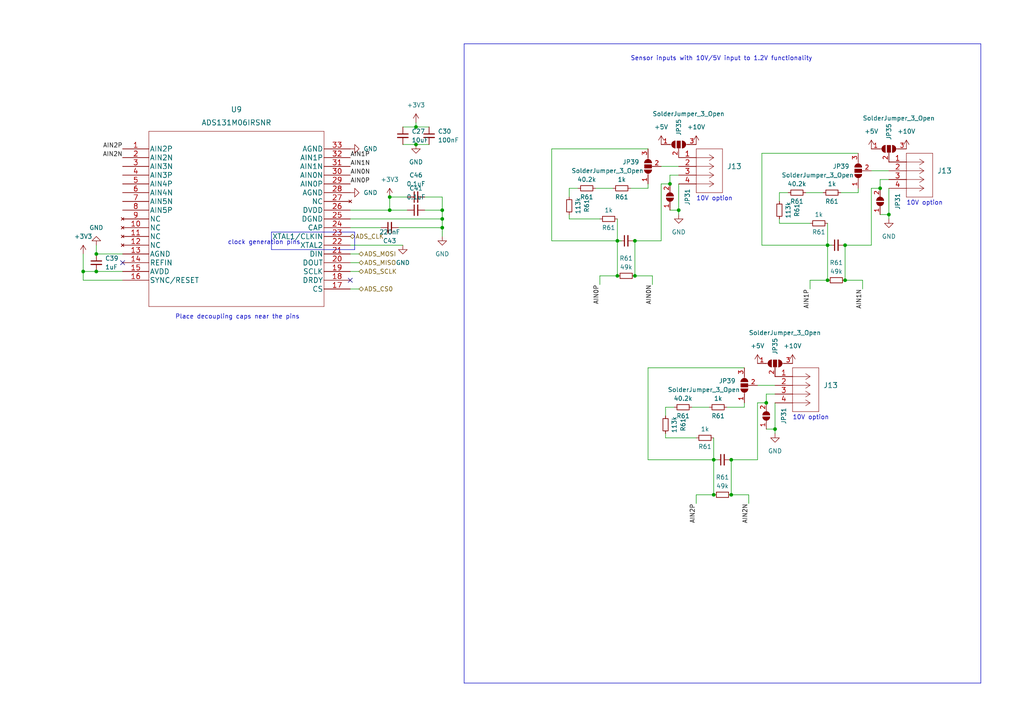
<source format=kicad_sch>
(kicad_sch (version 20230121) (generator eeschema)
  (paper "A4")
  (lib_symbols
    (symbol "Device:C_Small" (pin_numbers hide) (pin_names (offset 0.254) hide)
      (property "Reference" "C" (at 0.254 1.778 0))
      (property "Value" "C_Small" (at 0.254 -2.032 0))
      (symbol "C_Small_0_1"
        (polyline (pts (xy -1.524 -0.508) (xy 1.524 -0.508)) (stroke (width 0.3302)))
        (polyline (pts (xy -1.524 0.508) (xy 1.524 0.508)) (stroke (width 0.3048)))
      )
      (symbol "C_Small_1_1"
        (pin passive line (at 0 2.54 270) (length 2.032) (name "~") (number "1"))
        (pin passive line (at 0 -2.54 90) (length 2.032) (name "~") (number "2"))
      )
    )
    (symbol "Device:R_Small" (pin_numbers hide) (pin_names (offset 0.254) hide)
      (property "Reference" "R" (at 0.762 0.508 0))
      (property "Value" "R_Small" (at 0.762 -1.016 0))
      (symbol "R_Small_0_1"
        (rectangle (start -0.762 1.778) (end 0.762 -1.778) (stroke (width 0.2032)))
      )
      (symbol "R_Small_1_1"
        (pin passive line (at 0 2.54 270) (length 0.762) (name "~") (number "1"))
        (pin passive line (at 0 -2.54 90) (length 0.762) (name "~") (number "2"))
      )
    )
    (symbol "Jumper:SolderJumper_2_Open" (pin_names (offset 0) hide)
      (property "Reference" "JP" (at 0 2.032 0))
      (property "Value" "SolderJumper_2_Open" (at 0 -2.54 0))
      (symbol "SolderJumper_2_Open_0_1"
        (arc (start -0.254 1.016) (mid -1.2656 0) (end -0.254 -1.016))
        (arc (start -0.254 1.016) (mid -1.2656 0) (end -0.254 -1.016) (fill (type outline)))
        (polyline (pts (xy -0.254 1.016) (xy -0.254 -1.016)))
        (polyline (pts (xy 0.254 1.016) (xy 0.254 -1.016)))
        (arc (start 0.254 -1.016) (mid 1.2656 0) (end 0.254 1.016))
        (arc (start 0.254 -1.016) (mid 1.2656 0) (end 0.254 1.016) (fill (type outline)))
      )
      (symbol "SolderJumper_2_Open_1_1"
        (pin passive line (at -3.81 0 0) (length 2.54) (name "A") (number "1"))
        (pin passive line (at 3.81 0 180) (length 2.54) (name "B") (number "2"))
      )
    )
    (symbol "Jumper:SolderJumper_3_Open" (pin_names (offset 0) hide)
      (property "Reference" "JP" (at -2.54 -2.54 0))
      (property "Value" "SolderJumper_3_Open" (at 0 2.794 0))
      (symbol "SolderJumper_3_Open_0_1"
        (arc (start -1.016 1.016) (mid -2.0276 0) (end -1.016 -1.016))
        (arc (start -1.016 1.016) (mid -2.0276 0) (end -1.016 -1.016) (fill (type outline)))
        (rectangle (start -0.508 1.016) (end 0.508 -1.016) (fill (type outline)))
        (polyline (pts (xy -2.54 0) (xy -2.032 0)))
        (polyline (pts (xy -1.016 1.016) (xy -1.016 -1.016)))
        (polyline (pts (xy 0 -1.27) (xy 0 -1.016)))
        (polyline (pts (xy 1.016 1.016) (xy 1.016 -1.016)))
        (polyline (pts (xy 2.54 0) (xy 2.032 0)))
        (arc (start 1.016 -1.016) (mid 2.0276 0) (end 1.016 1.016))
        (arc (start 1.016 -1.016) (mid 2.0276 0) (end 1.016 1.016) (fill (type outline)))
      )
      (symbol "SolderJumper_3_Open_1_1"
        (pin passive line (at -5.08 0 0) (length 2.54) (name "A") (number "1"))
        (pin input line (at 0 -3.81 90) (length 2.54) (name "C") (number "2"))
        (pin passive line (at 5.08 0 180) (length 2.54) (name "B") (number "3"))
      )
    )
    (symbol "iclr:1053131104" (pin_names (offset 0.254) hide)
      (property "Reference" "J" (at 8.89 6.35 0))
      (property "Value" "1053131104" (at 10.16 -5.08 0))
      (symbol "1053131104_1_1"
        (polyline (pts (xy 5.08 -10.16) (xy 12.7 -10.16)) (stroke (width 0.127)))
        (polyline (pts (xy 5.08 2.54) (xy 5.08 -10.16)) (stroke (width 0.127)))
        (polyline (pts (xy 10.16 -7.62) (xy 5.08 -7.62)) (stroke (width 0.127)))
        (polyline (pts (xy 10.16 -7.62) (xy 8.89 -8.4582)) (stroke (width 0.127)))
        (polyline (pts (xy 10.16 -7.62) (xy 8.89 -6.7818)) (stroke (width 0.127)))
        (polyline (pts (xy 10.16 -5.08) (xy 5.08 -5.08)) (stroke (width 0.127)))
        (polyline (pts (xy 10.16 -5.08) (xy 8.89 -5.9182)) (stroke (width 0.127)))
        (polyline (pts (xy 10.16 -5.08) (xy 8.89 -4.2418)) (stroke (width 0.127)))
        (polyline (pts (xy 10.16 -2.54) (xy 5.08 -2.54)) (stroke (width 0.127)))
        (polyline (pts (xy 10.16 -2.54) (xy 8.89 -3.3782)) (stroke (width 0.127)))
        (polyline (pts (xy 10.16 -2.54) (xy 8.89 -1.7018)) (stroke (width 0.127)))
        (polyline (pts (xy 10.16 0) (xy 5.08 0)) (stroke (width 0.127)))
        (polyline (pts (xy 10.16 0) (xy 8.89 -0.8382)) (stroke (width 0.127)))
        (polyline (pts (xy 10.16 0) (xy 8.89 0.8382)) (stroke (width 0.127)))
        (polyline (pts (xy 12.7 -10.16) (xy 12.7 2.54)) (stroke (width 0.127)))
        (polyline (pts (xy 12.7 2.54) (xy 5.08 2.54)) (stroke (width 0.127)))
        (pin unspecified line (at 0 0 0) (length 5.08) (name "1") (number "1"))
        (pin unspecified line (at 0 -2.54 0) (length 5.08) (name "2") (number "2"))
        (pin unspecified line (at 0 -5.08 0) (length 5.08) (name "3") (number "3"))
        (pin unspecified line (at 0 -7.62 0) (length 5.08) (name "4") (number "4"))
      )
    )
    (symbol "iclr:ADS131M06IRSNR" (pin_names (offset 0.254))
      (property "Reference" "U" (at 33.02 10.16 0))
      (property "Value" "ADS131M06IRSNR" (at 33.02 7.62 0))
      (symbol "ADS131M06IRSNR_1_1"
        (polyline (pts (xy 7.62 -45.72) (xy 58.42 -45.72)) (stroke (width 0.127)))
        (polyline (pts (xy 7.62 5.08) (xy 7.62 -45.72)) (stroke (width 0.127)))
        (polyline (pts (xy 58.42 -45.72) (xy 58.42 5.08)) (stroke (width 0.127)))
        (polyline (pts (xy 58.42 5.08) (xy 7.62 5.08)) (stroke (width 0.127)))
        (pin input line (at 0 0 0) (length 7.62) (name "AIN2P") (number "1"))
        (pin no_connect line (at 0 -22.86 0) (length 7.62) (name "NC") (number "10"))
        (pin no_connect line (at 0 -25.4 0) (length 7.62) (name "NC") (number "11"))
        (pin no_connect line (at 0 -27.94 0) (length 7.62) (name "NC") (number "12"))
        (pin power_in line (at 0 -30.48 0) (length 7.62) (name "AGND") (number "13"))
        (pin unspecified line (at 0 -33.02 0) (length 7.62) (name "REFIN") (number "14"))
        (pin power_in line (at 0 -35.56 0) (length 7.62) (name "AVDD") (number "15"))
        (pin unspecified line (at 0 -38.1 0) (length 7.62) (name "SYNC/RESET") (number "16"))
        (pin unspecified line (at 66.04 -40.64 180) (length 7.62) (name "CS") (number "17"))
        (pin unspecified line (at 66.04 -38.1 180) (length 7.62) (name "DRDY") (number "18"))
        (pin unspecified line (at 66.04 -35.56 180) (length 7.62) (name "SCLK") (number "19"))
        (pin input line (at 0 -2.54 0) (length 7.62) (name "AIN2N") (number "2"))
        (pin output line (at 66.04 -33.02 180) (length 7.62) (name "DOUT") (number "20"))
        (pin unspecified line (at 66.04 -30.48 180) (length 7.62) (name "DIN") (number "21"))
        (pin unspecified line (at 66.04 -27.94 180) (length 7.62) (name "XTAL2") (number "22"))
        (pin bidirectional line (at 66.04 -25.4 180) (length 7.62) (name "XTAL1/CLKIN") (number "23"))
        (pin unspecified line (at 66.04 -22.86 180) (length 7.62) (name "CAP") (number "24"))
        (pin power_in line (at 66.04 -20.32 180) (length 7.62) (name "DGND") (number "25"))
        (pin power_in line (at 66.04 -17.78 180) (length 7.62) (name "DVDD") (number "26"))
        (pin no_connect line (at 66.04 -15.24 180) (length 7.62) (name "NC") (number "27"))
        (pin power_in line (at 66.04 -12.7 180) (length 7.62) (name "AGND") (number "28"))
        (pin bidirectional line (at 66.04 -10.16 180) (length 7.62) (name "AIN0P") (number "29"))
        (pin input line (at 0 -5.08 0) (length 7.62) (name "AIN3N") (number "3"))
        (pin bidirectional line (at 66.04 -7.62 180) (length 7.62) (name "AIN0N") (number "30"))
        (pin input line (at 66.04 -5.08 180) (length 7.62) (name "AIN1N") (number "31"))
        (pin input line (at 66.04 -2.54 180) (length 7.62) (name "AIN1P") (number "32"))
        (pin power_in line (at 66.04 0 180) (length 7.62) (name "AGND") (number "33"))
        (pin input line (at 0 -7.62 0) (length 7.62) (name "AIN3P") (number "4"))
        (pin input line (at 0 -10.16 0) (length 7.62) (name "AIN4P") (number "5"))
        (pin input line (at 0 -12.7 0) (length 7.62) (name "AIN4N") (number "6"))
        (pin input line (at 0 -15.24 0) (length 7.62) (name "AIN5N") (number "7"))
        (pin input line (at 0 -17.78 0) (length 7.62) (name "AIN5P") (number "8"))
        (pin no_connect line (at 0 -20.32 0) (length 7.62) (name "NC") (number "9"))
      )
    )
    (symbol "power:+10V" (power) (pin_names (offset 0))
      (property "Value" "+10V" (at 0 3.556 0))
      (symbol "+10V_0_1"
        (polyline (pts (xy -0.762 1.27) (xy 0 2.54)))
        (polyline (pts (xy 0 0) (xy 0 2.54)))
        (polyline (pts (xy 0 2.54) (xy 0.762 1.27)))
      )
      (symbol "+10V_1_1"
        (pin power_in line (at 0 0 90) (length 0) hide (name "+10V") (number "1"))
      )
    )
    (symbol "power:+3.3V" (power) (pin_names (offset 0))
      (property "Value" "+3.3V" (at 0 3.556 0))
      (symbol "+3.3V_0_1"
        (polyline (pts (xy -0.762 1.27) (xy 0 2.54)))
        (polyline (pts (xy 0 0) (xy 0 2.54)))
        (polyline (pts (xy 0 2.54) (xy 0.762 1.27)))
      )
      (symbol "+3.3V_1_1"
        (pin power_in line (at 0 0 90) (length 0) hide (name "+3V3") (number "1"))
      )
    )
    (symbol "power:+5V" (power) (pin_names (offset 0))
      (property "Value" "+5V" (at 0 3.556 0))
      (symbol "+5V_0_1"
        (polyline (pts (xy -0.762 1.27) (xy 0 2.54)))
        (polyline (pts (xy 0 0) (xy 0 2.54)))
        (polyline (pts (xy 0 2.54) (xy 0.762 1.27)))
      )
      (symbol "+5V_1_1"
        (pin power_in line (at 0 0 90) (length 0) hide (name "+5V") (number "1"))
      )
    )
    (symbol "power:GND" (power) (pin_names (offset 0))
      (property "Value" "GND" (at 0 -3.81 0))
      (symbol "GND_0_1"
        (polyline (pts (xy 0 0) (xy 0 -1.27) (xy 1.27 -1.27) (xy 0 -2.54) (xy -1.27 -1.27) (xy 0 -1.27)))
      )
      (symbol "GND_1_1"
        (pin power_in line (at 0 0 270) (length 0) hide (name "GND") (number "1"))
      )
    )
  )
  (junction (at 113.03 60.96))
  (junction (at 27.94 78.74))
  (junction (at 24.13 78.74))
  (junction (at 245.11 71.12))
  (junction (at 222.25 116.84))
  (junction (at 184.15 80.01))
  (junction (at 120.65 36.83))
  (junction (at 207.01 143.51))
  (junction (at 212.09 133.35))
  (junction (at 196.85 60.96))
  (junction (at 27.94 73.66))
  (junction (at 255.27 54.61))
  (junction (at 245.11 81.28))
  (junction (at 257.81 62.23))
  (junction (at 207.01 133.35))
  (junction (at 128.27 60.96))
  (junction (at 194.31 53.34))
  (junction (at 128.27 66.04))
  (junction (at 224.79 124.46))
  (junction (at 240.03 81.28))
  (junction (at 179.07 69.85))
  (junction (at 128.27 63.5))
  (junction (at 113.03 57.15))
  (junction (at 120.65 41.91))
  (junction (at 212.09 143.51))
  (junction (at 240.03 71.12))
  (junction (at 179.07 80.01))
  (junction (at 184.15 69.85))
  (no_connect (at 35.56 76.2))
  (no_connect (at 101.6 81.28))
  (wire (pts (xy 165.1 54.61) (xy 165.1 57.15)))
  (wire (pts (xy 118.11 57.15) (xy 113.03 57.15)))
  (wire (pts (xy 207.01 133.35) (xy 208.28 133.35)))
  (wire (pts (xy 113.03 57.15) (xy 113.03 60.96)))
  (wire (pts (xy 173.99 80.01) (xy 179.07 80.01)))
  (wire (pts (xy 128.27 57.15) (xy 123.19 57.15)))
  (wire (pts (xy 252.73 71.12) (xy 245.11 71.12)))
  (wire (pts (xy 252.73 49.53) (xy 257.81 49.53)))
  (wire (pts (xy 220.98 71.12) (xy 240.03 71.12)))
  (wire (pts (xy 201.93 143.51) (xy 207.01 143.51)))
  (wire (pts (xy 191.77 53.34) (xy 194.31 53.34)))
  (wire (pts (xy 255.27 52.07) (xy 257.81 52.07)))
  (wire (pts (xy 193.04 118.11) (xy 193.04 120.65)))
  (wire (pts (xy 196.85 60.96) (xy 196.85 62.23)))
  (wire (pts (xy 196.85 53.34) (xy 196.85 60.96)))
  (wire (pts (xy 27.94 71.12) (xy 27.94 73.66)))
  (wire (pts (xy 104.14 73.66) (xy 101.6 73.66)))
  (wire (pts (xy 222.25 114.3) (xy 224.79 114.3)))
  (wire (pts (xy 172.72 54.61) (xy 177.8 54.61)))
  (wire (pts (xy 257.81 54.61) (xy 257.81 62.23)))
  (wire (pts (xy 104.14 83.82) (xy 101.6 83.82)))
  (wire (pts (xy 187.96 106.68) (xy 187.96 133.35)))
  (wire (pts (xy 219.71 111.76) (xy 224.79 111.76)))
  (wire (pts (xy 27.94 78.74) (xy 24.13 78.74)))
  (wire (pts (xy 191.77 48.26) (xy 196.85 48.26)))
  (wire (pts (xy 226.06 55.88) (xy 226.06 58.42)))
  (wire (pts (xy 116.84 41.91) (xy 120.65 41.91)))
  (wire (pts (xy 212.09 133.35) (xy 212.09 143.51)))
  (wire (pts (xy 182.88 54.61) (xy 187.96 54.61)))
  (wire (pts (xy 224.79 124.46) (xy 224.79 125.73)))
  (wire (pts (xy 116.84 36.83) (xy 120.65 36.83)))
  (wire (pts (xy 24.13 73.66) (xy 24.13 78.74)))
  (wire (pts (xy 128.27 60.96) (xy 128.27 63.5)))
  (wire (pts (xy 187.96 43.18) (xy 160.02 43.18)))
  (wire (pts (xy 234.95 81.28) (xy 240.03 81.28)))
  (wire (pts (xy 165.1 62.23) (xy 165.1 63.5)))
  (wire (pts (xy 115.57 66.04) (xy 128.27 66.04)))
  (wire (pts (xy 187.96 133.35) (xy 207.01 133.35)))
  (wire (pts (xy 248.92 54.61) (xy 248.92 55.88)))
  (wire (pts (xy 194.31 50.8) (xy 194.31 53.34)))
  (polyline (pts (xy 284.48 12.7) (xy 284.48 198.12)))
  (wire (pts (xy 243.84 55.88) (xy 248.92 55.88)))
  (wire (pts (xy 222.25 114.3) (xy 222.25 116.84)))
  (wire (pts (xy 215.9 116.84) (xy 215.9 118.11)))
  (polyline (pts (xy 134.62 12.7) (xy 134.62 198.12)))
  (wire (pts (xy 215.9 106.68) (xy 187.96 106.68)))
  (wire (pts (xy 226.06 64.77) (xy 234.95 64.77)))
  (wire (pts (xy 201.93 146.05) (xy 201.93 143.51)))
  (wire (pts (xy 191.77 69.85) (xy 184.15 69.85)))
  (polyline (pts (xy 78.74 67.31) (xy 102.87 67.31)))
  (polyline (pts (xy 102.87 72.39) (xy 78.74 72.39)))
  (wire (pts (xy 101.6 63.5) (xy 128.27 63.5)))
  (wire (pts (xy 194.31 50.8) (xy 196.85 50.8)))
  (wire (pts (xy 24.13 81.28) (xy 35.56 81.28)))
  (wire (pts (xy 234.95 83.82) (xy 234.95 81.28)))
  (wire (pts (xy 219.71 116.84) (xy 219.71 133.35)))
  (wire (pts (xy 104.14 76.2) (xy 101.6 76.2)))
  (wire (pts (xy 160.02 69.85) (xy 179.07 69.85)))
  (wire (pts (xy 219.71 133.35) (xy 212.09 133.35)))
  (wire (pts (xy 165.1 63.5) (xy 173.99 63.5)))
  (wire (pts (xy 113.03 60.96) (xy 118.11 60.96)))
  (wire (pts (xy 179.07 69.85) (xy 180.34 69.85)))
  (wire (pts (xy 222.25 124.46) (xy 224.79 124.46)))
  (wire (pts (xy 226.06 63.5) (xy 226.06 64.77)))
  (wire (pts (xy 250.19 81.28) (xy 245.11 81.28)))
  (wire (pts (xy 195.58 118.11) (xy 193.04 118.11)))
  (wire (pts (xy 167.64 54.61) (xy 165.1 54.61)))
  (wire (pts (xy 255.27 62.23) (xy 257.81 62.23)))
  (wire (pts (xy 123.19 60.96) (xy 128.27 60.96)))
  (wire (pts (xy 248.92 44.45) (xy 220.98 44.45)))
  (wire (pts (xy 240.03 71.12) (xy 241.3 71.12)))
  (wire (pts (xy 179.07 69.85) (xy 179.07 80.01)))
  (wire (pts (xy 27.94 73.66) (xy 35.56 73.66)))
  (wire (pts (xy 128.27 63.5) (xy 128.27 66.04)))
  (wire (pts (xy 255.27 52.07) (xy 255.27 54.61)))
  (polyline (pts (xy 78.74 67.31) (xy 78.74 72.39)))
  (wire (pts (xy 120.65 41.91) (xy 124.46 41.91)))
  (wire (pts (xy 35.56 78.74) (xy 27.94 78.74)))
  (wire (pts (xy 200.66 118.11) (xy 205.74 118.11)))
  (wire (pts (xy 224.79 116.84) (xy 224.79 124.46)))
  (wire (pts (xy 120.65 36.83) (xy 124.46 36.83)))
  (wire (pts (xy 193.04 125.73) (xy 193.04 127)))
  (wire (pts (xy 24.13 81.28) (xy 24.13 78.74)))
  (wire (pts (xy 120.65 35.56) (xy 120.65 36.83)))
  (wire (pts (xy 193.04 127) (xy 201.93 127)))
  (wire (pts (xy 245.11 71.12) (xy 245.11 81.28)))
  (wire (pts (xy 257.81 62.23) (xy 257.81 63.5)))
  (wire (pts (xy 233.68 55.88) (xy 238.76 55.88)))
  (wire (pts (xy 128.27 66.04) (xy 128.27 68.58)))
  (wire (pts (xy 160.02 43.18) (xy 160.02 69.85)))
  (polyline (pts (xy 284.48 198.12) (xy 134.62 198.12)))
  (wire (pts (xy 194.31 60.96) (xy 196.85 60.96)))
  (wire (pts (xy 189.23 80.01) (xy 189.23 82.55)))
  (wire (pts (xy 252.73 54.61) (xy 252.73 71.12)))
  (wire (pts (xy 184.15 69.85) (xy 184.15 80.01)))
  (wire (pts (xy 191.77 53.34) (xy 191.77 69.85)))
  (wire (pts (xy 173.99 82.55) (xy 173.99 80.01)))
  (polyline (pts (xy 134.62 12.7) (xy 284.48 12.7)))
  (wire (pts (xy 187.96 53.34) (xy 187.96 54.61)))
  (wire (pts (xy 101.6 60.96) (xy 113.03 60.96)))
  (wire (pts (xy 240.03 64.77) (xy 240.03 71.12)))
  (wire (pts (xy 252.73 54.61) (xy 255.27 54.61)))
  (wire (pts (xy 250.19 81.28) (xy 250.19 83.82)))
  (wire (pts (xy 128.27 57.15) (xy 128.27 60.96)))
  (wire (pts (xy 228.6 55.88) (xy 226.06 55.88)))
  (polyline (pts (xy 102.87 67.31) (xy 102.87 72.39)))
  (wire (pts (xy 101.6 71.12) (xy 116.84 71.12)))
  (wire (pts (xy 207.01 133.35) (xy 207.01 143.51)))
  (wire (pts (xy 179.07 63.5) (xy 179.07 69.85)))
  (wire (pts (xy 101.6 66.04) (xy 110.49 66.04)))
  (wire (pts (xy 189.23 80.01) (xy 184.15 80.01)))
  (wire (pts (xy 219.71 116.84) (xy 222.25 116.84)))
  (wire (pts (xy 210.82 118.11) (xy 215.9 118.11)))
  (wire (pts (xy 217.17 143.51) (xy 217.17 146.05)))
  (wire (pts (xy 207.01 127) (xy 207.01 133.35)))
  (wire (pts (xy 240.03 71.12) (xy 240.03 81.28)))
  (wire (pts (xy 217.17 143.51) (xy 212.09 143.51)))
  (wire (pts (xy 220.98 44.45) (xy 220.98 71.12)))
  (wire (pts (xy 101.6 78.74) (xy 104.14 78.74)))
  (text "clock generation pins\n" (at 66.04 71.12 0) (effects (font (size 1.27 1.27)) (justify left bottom)))
  (text "10V option" (at 262.89 59.69 0) (effects (font (size 1.27 1.27)) (justify left bottom)))
  (text "10V option" (at 229.87 121.92 0) (effects (font (size 1.27 1.27)) (justify left bottom)))
  (text "Sensor inputs with 10V/5V input to 1.2V functionality\n" (at 182.88 17.78 0) (effects (font (size 1.27 1.27)) (justify left bottom)))
  (text "Place decoupling caps near the pins\n" (at 50.8 92.71 0) (effects (font (size 1.27 1.27)) (justify left bottom)))
  (text "10V option" (at 201.93 58.42 0) (effects (font (size 1.27 1.27)) (justify left bottom)))
  (label "AIN2N" (at 217.17 146.05 270))
  (label "AIN1P" (at 101.6 45.72 0))
  (label "AIN0N" (at 189.23 82.55 270))
  (label "AIN0P" (at 101.6 53.34 0))
  (label "AIN0P" (at 173.99 82.55 270))
  (label "AIN1N" (at 250.19 83.82 270))
  (label "AIN1P" (at 234.95 83.82 270))
  (label "AIN0N" (at 101.6 50.8 0))
  (label "AIN2P" (at 35.56 43.18 180))
  (label "AIN1N" (at 101.6 48.26 0))
  (label "AIN2N" (at 35.56 45.72 180))
  (label "AIN2P" (at 201.93 146.05 270))
  (hierarchical_label "ADS_SCLK" (shape bidirectional) (at 104.14 78.74 0))
  (hierarchical_label "ADS_CLK" (shape bidirectional) (at 101.6 68.58 0))
  (hierarchical_label "ADS_MISO" (shape bidirectional) (at 104.14 76.2 0))
  (hierarchical_label "ADS_CS0" (shape bidirectional) (at 104.14 83.82 0))
  (hierarchical_label "ADS_MOSI" (shape bidirectional) (at 104.14 73.66 0))
  (symbol (lib_id "power:+5V") (at 252.73 43.18 0) (unit 1)
    (property "Reference" "#PWR088" (effects hide))
    (property "Value" "+5V" (at 252.73 38.1 0))
  )
  (symbol (lib_id "Jumper:SolderJumper_2_Open") (at 255.27 58.42 90) (unit 1)
    (property "Reference" "JP31" (at 260.35 58.42 0))
    (property "Value" "SolderJumper_2_Open" (effects hide))
    (property "Footprint" "Jumper:SolderJumper-2_P1.3mm_Open_RoundedPad1.0x1.5mm" (effects hide))
    (instances (project "sensorboard - Copy" (path "" (reference "JP31") (unit 1))) (project "EngineController" (path "" (reference "JP3") (unit 1))))
  )
  (symbol (lib_id "Device:C_Small") (at 116.84 39.37 0) (unit 1)
    (property "Reference" "C27" (at 119.38 38.1063 0) (effects (justify left)))
    (property "Value" "10uF" (at 119.38 40.6463 0) (effects (justify left)))
    (property "Footprint" "Capacitor_SMD:C_0603_1608Metric" (effects hide))
    (instances (project "sensorboard - Copy" (path "" (reference "C27") (unit 1))) (project "EngineController" (path "" (reference "C?") (unit 1))))
  )
  (symbol (lib_id "Device:C_Small") (at 242.57 71.12 90) (unit 1)
    (property "Reference" "C73" (effects hide))
    (property "Value" "10nF" (effects hide))
    (property "Footprint" "Capacitor_SMD:C_0402_1005Metric" (effects hide))
    (instances (project "sensorboard - Copy" (path "" (reference "C73") (unit 1))) (project "EngineController" (path "" (reference "C12") (unit 1))))
  )
  (symbol (lib_id "iclr:1053131104") (at 224.79 109.22 0) (unit 1)
    (property "Reference" "J13" (at 238.76 111.76 0) (effects (font (size 1.524 1.524)) (justify left)))
    (property "Value" "1053131104" (effects hide))
    (property "Footprint" "iclr:1053131104" (effects hide))
    (instances (project "sensorboard - Copy" (path "" (reference "J13") (unit 1))) (project "EngineController" (path "" (reference "J6") (unit 1))))
  )
  (symbol (lib_id "Device:C_Small") (at 181.61 69.85 90) (unit 1)
    (property "Reference" "C73" (effects hide))
    (property "Value" "10nF" (effects hide))
    (property "Footprint" "Capacitor_SMD:C_0402_1005Metric" (effects hide))
    (instances (project "sensorboard - Copy" (path "" (reference "C73") (unit 1))) (project "EngineController" (path "" (reference "C53") (unit 1))))
  )
  (symbol (lib_id "power:GND") (at 224.79 125.73 0) (unit 1)
    (property "Reference" "#PWR0124" (effects hide))
    (property "Value" "GND" (at 224.79 130.81 0))
    (instances (project "sensorboard - Copy" (path "" (reference "#PWR0124") (unit 1))) (project "EngineController" (path "" (reference "#PWR094") (unit 1))))
  )
  (symbol (lib_id "Device:R_Small") (at 165.1 59.69 180) (unit 1)
    (property "Reference" "R61" (at 170.18 59.69 90))
    (property "Value" "113k" (at 167.64 59.69 90))
    (property "Footprint" "Resistor_SMD:R_0402_1005Metric" (effects hide))
    (instances (project "sensorboard - Copy" (path "" (reference "R61") (unit 1))) (project "EngineController" (path "" (reference "R?") (unit 1))))
  )
  (symbol (lib_id "Jumper:SolderJumper_3_Open") (at 224.79 105.41 0) (unit 1)
    (property "Reference" "JP35" (at 224.79 102.87 90) (effects (justify left)))
    (property "Value" "SolderJumper_3_Open" (at 217.17 96.52 0) (effects (justify left)))
    (property "Footprint" "Jumper:SolderJumper-3_P1.3mm_Open_RoundedPad1.0x1.5mm_NumberLabels" (effects hide))
    (instances (project "sensorboard - Copy" (path "" (reference "JP35") (unit 1))) (project "EngineController" (path "" (reference "JP7") (unit 1))))
  )
  (symbol (lib_id "Device:R_Small") (at 181.61 80.01 90) (unit 1)
    (property "Reference" "R61" (at 181.61 74.93 90))
    (property "Value" "49k" (at 181.61 77.47 90))
    (property "Footprint" "Resistor_SMD:R_0402_1005Metric" (effects hide))
    (instances (project "sensorboard - Copy" (path "" (reference "R61") (unit 1))) (project "EngineController" (path "" (reference "R?") (unit 1))))
  )
  (symbol (lib_id "Device:R_Small") (at 231.14 55.88 90) (unit 1)
    (property "Reference" "R61" (at 231.14 58.42 90))
    (property "Value" "40.2k" (at 231.14 53.34 90))
    (property "Footprint" "Resistor_SMD:R_0402_1005Metric" (effects hide))
    (instances (project "sensorboard - Copy" (path "" (reference "R61") (unit 1))) (project "EngineController" (path "" (reference "R20") (unit 1))))
  )
  (symbol (lib_id "Device:R_Small") (at 170.18 54.61 90) (unit 1)
    (property "Reference" "R61" (at 170.18 57.15 90))
    (property "Value" "40.2k" (at 170.18 52.07 90))
    (property "Footprint" "Resistor_SMD:R_0402_1005Metric" (effects hide))
    (instances (project "sensorboard - Copy" (path "" (reference "R61") (unit 1))) (project "EngineController" (path "" (reference "R?") (unit 1))))
  )
  (symbol (lib_id "Device:R_Small") (at 209.55 143.51 90) (unit 1)
    (property "Reference" "R61" (at 209.55 138.43 90))
    (property "Value" "49k" (at 209.55 140.97 90))
    (property "Footprint" "Resistor_SMD:R_0402_1005Metric" (effects hide))
    (instances (project "sensorboard - Copy" (path "" (reference "R61") (unit 1))) (project "EngineController" (path "" (reference "R?") (unit 1))))
  )
  (symbol (lib_id "power:GND") (at 120.65 41.91 0) (unit 1)
    (property "Reference" "#PWR0151" (effects hide))
    (property "Value" "GND" (at 120.65 46.99 0))
    (instances (project "sensorboard - Copy" (path "" (reference "#PWR0151") (unit 1))) (project "EngineController" (path "" (reference "#PWR083") (unit 1))))
  )
  (symbol (lib_id "iclr:ADS131M06IRSNR") (at 35.56 43.18 0) (unit 1)
    (property "Reference" "U9" (at 68.58 31.75 0) (effects (font (size 1.524 1.524))))
    (property "Value" "ADS131M06IRSNR" (at 68.58 35.56 0) (effects (font (size 1.524 1.524))))
    (property "Footprint" "iclr:ADS131M06IRSNR" (effects hide))
    (property "Datasheet" "https://www.ti.com/lit/ds/symlink/ads131m06.pdf?ts=1686400219798&ref_url=https%253A%252F%252Fwww.ti.com%252Fproduct%252FADS131M06%253Futm_source%253Dgoogle%2526utm_medium%253Dcpc%2526utm_campaign%253Dasc-dc-null-prodfolderdynamic-cpc-pf-google-eu_int%2526utm_content%253Dprodfolddynamic%2526ds_k%253DDYNAMIC%2BSEARCH%2BADS%2526gclid%253DCjwKCAjwvpCkBhB4EiwAujULMjEe3kkx0Pdk-8WbOQKT3wuCJGpwaIZ7GgpNeuM7kV1o0ugHR_My8RoCULgQAvD_BwE%2526gclsrc%253Daw.ds" (effects hide))
    (instances (project "sensorboard - Copy" (path "" (reference "U9") (unit 1))) (project "EngineController" (path "" (reference "U7") (unit 1))))
  )
  (symbol (lib_id "power:GND") (at 128.27 68.58 0) (unit 1)
    (property "Reference" "#PWR076" (effects hide))
    (property "Value" "GND" (at 128.27 73.66 0))
    (instances (project "sensorboard - Copy" (path "" (reference "#PWR076") (unit 1))) (project "EngineController" (path "" (reference "#PWR086") (unit 1))))
  )
  (symbol (lib_id "power:GND") (at 116.84 71.12 0) (unit 1)
    (property "Reference" "#PWR072" (effects hide))
    (property "Value" "GND" (at 116.84 76.2 0))
    (instances (project "sensorboard - Copy" (path "" (reference "#PWR072") (unit 1))) (project "EngineController" (path "" (reference "#PWR081") (unit 1))))
  )
  (symbol (lib_id "Jumper:SolderJumper_3_Open") (at 196.85 41.91 0) (unit 1)
    (property "Reference" "JP35" (at 196.85 39.37 90) (effects (justify left)))
    (property "Value" "SolderJumper_3_Open" (at 189.23 33.02 0) (effects (justify left)))
    (property "Footprint" "Jumper:SolderJumper-3_P1.3mm_Open_RoundedPad1.0x1.5mm_NumberLabels" (effects hide))
    (instances (project "sensorboard - Copy" (path "" (reference "JP35") (unit 1))) (project "EngineController" (path "" (reference "JP?") (unit 1))))
  )
  (symbol (lib_id "Device:R_Small") (at 193.04 123.19 180) (unit 1)
    (property "Reference" "R61" (at 198.12 123.19 90))
    (property "Value" "113k" (at 195.58 123.19 90))
    (property "Footprint" "Resistor_SMD:R_0402_1005Metric" (effects hide))
    (instances (project "sensorboard - Copy" (path "" (reference "R61") (unit 1))) (project "EngineController" (path "" (reference "R?") (unit 1))))
  )
  (symbol (lib_id "Device:R_Small") (at 241.3 55.88 90) (unit 1)
    (property "Reference" "R61" (at 241.3 58.42 90))
    (property "Value" "1k" (at 241.3 53.34 90))
    (property "Footprint" "Resistor_SMD:R_0402_1005Metric" (effects hide))
    (instances (project "sensorboard - Copy" (path "" (reference "R61") (unit 1))) (project "EngineController" (path "" (reference "R22") (unit 1))))
  )
  (symbol (lib_id "power:GND") (at 101.6 55.88 90) (unit 1)
    (property "Reference" "#PWR067" (effects hide))
    (property "Value" "GND" (at 105.41 55.8799 90) (effects (justify right)))
    (instances (project "sensorboard - Copy" (path "" (reference "#PWR067") (unit 1))) (project "EngineController" (path "" (reference "#PWR074") (unit 1))))
  )
  (symbol (lib_id "power:+10V") (at 201.93 41.91 0) (unit 1)
    (property "Reference" "#PWR022" (effects hide))
    (property "Value" "+10V" (at 201.93 36.83 0))
    (instances (project "sensorboard - Copy" (path "" (reference "#PWR022") (unit 1))) (project "EngineController" (path "" (reference "#PWR090") (unit 1))))
  )
  (symbol (lib_id "Device:R_Small") (at 208.28 118.11 90) (unit 1)
    (property "Reference" "R61" (at 208.28 120.65 90))
    (property "Value" "1k" (at 208.28 115.57 90))
    (property "Footprint" "Resistor_SMD:R_0402_1005Metric" (effects hide))
    (instances (project "sensorboard - Copy" (path "" (reference "R61") (unit 1))) (project "EngineController" (path "" (reference "R?") (unit 1))))
  )
  (symbol (lib_id "Jumper:SolderJumper_2_Open") (at 222.25 120.65 90) (unit 1)
    (property "Reference" "JP31" (at 227.33 120.65 0))
    (property "Value" "SolderJumper_2_Open" (effects hide))
    (property "Footprint" "Jumper:SolderJumper-2_P1.3mm_Open_RoundedPad1.0x1.5mm" (effects hide))
    (instances (project "sensorboard - Copy" (path "" (reference "JP31") (unit 1))) (project "EngineController" (path "" (reference "JP6") (unit 1))))
  )
  (symbol (lib_id "power:GND") (at 257.81 63.5 0) (unit 1)
    (property "Reference" "#PWR0124" (effects hide))
    (property "Value" "GND" (at 257.81 68.58 0))
    (instances (project "sensorboard - Copy" (path "" (reference "#PWR0124") (unit 1))) (project "EngineController" (path "" (reference "#PWR091") (unit 1))))
  )
  (symbol (lib_id "power:+10V") (at 229.87 105.41 0) (unit 1)
    (property "Reference" "#PWR022" (effects hide))
    (property "Value" "+10V" (at 229.87 100.33 0))
    (instances (project "sensorboard - Copy" (path "" (reference "#PWR022") (unit 1))) (project "EngineController" (path "" (reference "#PWR095") (unit 1))))
  )
  (symbol (lib_id "iclr:1053131104") (at 196.85 45.72 0) (unit 1)
    (property "Reference" "J13" (at 210.82 48.26 0) (effects (font (size 1.524 1.524)) (justify left)))
    (property "Value" "1053131104" (effects hide))
    (property "Footprint" "iclr:1053131104" (effects hide))
    (instances (project "sensorboard - Copy" (path "" (reference "J13") (unit 1))) (project "EngineController" (path "" (reference "J?") (unit 1))))
  )
  (symbol (lib_id "Device:C_Small") (at 209.55 133.35 90) (unit 1)
    (property "Reference" "C73" (effects hide))
    (property "Value" "10nF" (effects hide))
    (property "Footprint" "Capacitor_SMD:C_0402_1005Metric" (effects hide))
    (instances (project "sensorboard - Copy" (path "" (reference "C73") (unit 1))) (project "EngineController" (path "" (reference "C18") (unit 1))))
  )
  (symbol (lib_id "Jumper:SolderJumper_3_Open") (at 215.9 111.76 90) (unit 1)
    (property "Reference" "JP39" (at 213.36 110.49 90) (effects (justify left)))
    (property "Value" "SolderJumper_3_Open" (at 214.63 113.03 90) (effects (justify left)))
    (property "Footprint" "Jumper:SolderJumper-3_P1.3mm_Open_RoundedPad1.0x1.5mm_NumberLabels" (effects hide))
    (instances (project "sensorboard - Copy" (path "" (reference "JP39") (unit 1))) (project "EngineController" (path "" (reference "JP5") (unit 1))))
  )
  (symbol (lib_id "power:GND") (at 101.6 43.18 90) (unit 1)
    (property "Reference" "#PWR066" (effects hide))
    (property "Value" "GND" (at 105.41 43.1799 90) (effects (justify right)))
    (instances (project "sensorboard - Copy" (path "" (reference "#PWR066") (unit 1))) (project "EngineController" (path "" (reference "#PWR056") (unit 1))))
  )
  (symbol (lib_id "power:+10V") (at 262.89 43.18 0) (unit 1)
    (property "Reference" "#PWR022" (effects hide))
    (property "Value" "+10V" (at 262.89 38.1 0))
    (instances (project "sensorboard - Copy" (path "" (reference "#PWR022") (unit 1))) (project "EngineController" (path "" (reference "#PWR092") (unit 1))))
  )
  (symbol (lib_id "power:GND") (at 27.94 71.12 180) (unit 1)
    (property "Reference" "#PWR064" (effects hide))
    (property "Value" "GND" (at 27.94 66.04 0))
    (instances (project "sensorboard - Copy" (path "" (reference "#PWR064") (unit 1))) (project "EngineController" (path "" (reference "#PWR055") (unit 1))))
  )
  (symbol (lib_id "Device:C_Small") (at 120.65 60.96 90) (unit 1)
    (property "Reference" "C41" (at 120.6563 54.61 90))
    (property "Value" "0.1uF" (at 120.6563 57.15 90))
    (property "Footprint" "Capacitor_SMD:C_0402_1005Metric" (effects hide))
    (instances (project "sensorboard - Copy" (path "" (reference "C41") (unit 1))) (project "EngineController" (path "" (reference "C?") (unit 1))))
  )
  (symbol (lib_id "Jumper:SolderJumper_3_Open") (at 248.92 49.53 90) (unit 1)
    (property "Reference" "JP39" (at 246.38 48.26 90) (effects (justify left)))
    (property "Value" "SolderJumper_3_Open" (at 247.65 50.8 90) (effects (justify left)))
    (property "Footprint" "Jumper:SolderJumper-3_P1.3mm_Open_RoundedPad1.0x1.5mm_NumberLabels" (effects hide))
    (instances (project "sensorboard - Copy" (path "" (reference "JP39") (unit 1))) (project "EngineController" (path "" (reference "JP2") (unit 1))))
  )
  (symbol (lib_id "Device:R_Small") (at 198.12 118.11 90) (unit 1)
    (property "Reference" "R61" (at 198.12 120.65 90))
    (property "Value" "40.2k" (at 198.12 115.57 90))
    (property "Footprint" "Resistor_SMD:R_0402_1005Metric" (effects hide))
    (instances (project "sensorboard - Copy" (path "" (reference "R61") (unit 1))) (project "EngineController" (path "" (reference "R?") (unit 1))))
  )
  (symbol (lib_id "Device:C_Small") (at 113.03 66.04 90) (unit 1)
    (property "Reference" "C43" (at 113.03 69.85 90))
    (property "Value" "220nF" (at 113.03 67.31 90))
    (property "Footprint" "Capacitor_SMD:C_0402_1005Metric" (effects hide))
    (instances (project "sensorboard - Copy" (path "" (reference "C43") (unit 1))) (project "EngineController" (path "" (reference "C?") (unit 1))))
  )
  (symbol (lib_id "power:+5V") (at 219.71 105.41 0) (unit 1)
    (property "Reference" "#PWR093" (effects hide))
    (property "Value" "+5V" (at 219.71 100.33 0))
  )
  (symbol (lib_id "Device:C_Small") (at 27.94 76.2 0) (unit 1)
    (property "Reference" "C39" (at 30.48 74.9363 0) (effects (justify left)))
    (property "Value" "1uF" (at 30.48 77.4763 0) (effects (justify left)))
    (property "Footprint" "Capacitor_SMD:C_0402_1005Metric" (effects hide))
    (instances (project "sensorboard - Copy" (path "" (reference "C39") (unit 1))) (project "EngineController" (path "" (reference "C?") (unit 1))))
  )
  (symbol (lib_id "Device:R_Small") (at 204.47 127 90) (unit 1)
    (property "Reference" "R61" (at 204.47 129.54 90))
    (property "Value" "1k" (at 204.47 124.46 90))
    (property "Footprint" "Resistor_SMD:R_0402_1005Metric" (effects hide))
    (instances (project "sensorboard - Copy" (path "" (reference "R61") (unit 1))) (project "EngineController" (path "" (reference "R?") (unit 1))))
  )
  (symbol (lib_id "power:+3.3V") (at 120.65 35.56 0) (unit 1)
    (property "Reference" "#PWR0150" (effects hide))
    (property "Value" "+3.3V" (at 120.65 30.48 0))
    (instances (project "sensorboard - Copy" (path "" (reference "#PWR0150") (unit 1))) (project "EngineController" (path "" (reference "#PWR082") (unit 1))))
  )
  (symbol (lib_id "Device:R_Small") (at 242.57 81.28 90) (unit 1)
    (property "Reference" "R61" (at 242.57 76.2 90))
    (property "Value" "49k" (at 242.57 78.74 90))
    (property "Footprint" "Resistor_SMD:R_0402_1005Metric" (effects hide))
    (instances (project "sensorboard - Copy" (path "" (reference "R61") (unit 1))) (project "EngineController" (path "" (reference "R?") (unit 1))))
  )
  (symbol (lib_id "Device:R_Small") (at 237.49 64.77 90) (unit 1)
    (property "Reference" "R61" (at 237.49 67.31 90))
    (property "Value" "1k" (at 237.49 62.23 90))
    (property "Footprint" "Resistor_SMD:R_0402_1005Metric" (effects hide))
    (instances (project "sensorboard - Copy" (path "" (reference "R61") (unit 1))) (project "EngineController" (path "" (reference "R21") (unit 1))))
  )
  (symbol (lib_id "iclr:1053131104") (at 257.81 46.99 0) (unit 1)
    (property "Reference" "J13" (at 271.78 49.53 0) (effects (font (size 1.524 1.524)) (justify left)))
    (property "Value" "1053131104" (effects hide))
    (property "Footprint" "iclr:1053131104" (effects hide))
    (instances (project "sensorboard - Copy" (path "" (reference "J13") (unit 1))) (project "EngineController" (path "" (reference "J5") (unit 1))))
  )
  (symbol (lib_id "Jumper:SolderJumper_2_Open") (at 194.31 57.15 90) (unit 1)
    (property "Reference" "JP31" (at 199.39 57.15 0))
    (property "Value" "SolderJumper_2_Open" (effects hide))
    (property "Footprint" "Jumper:SolderJumper-2_P1.3mm_Open_RoundedPad1.0x1.5mm" (effects hide))
    (instances (project "sensorboard - Copy" (path "" (reference "JP31") (unit 1))) (project "EngineController" (path "" (reference "JP?") (unit 1))))
  )
  (symbol (lib_id "power:+3.3V") (at 113.03 57.15 0) (unit 1)
    (property "Reference" "#PWR070" (effects hide))
    (property "Value" "+3.3V" (at 113.03 52.07 0))
    (instances (project "sensorboard - Copy" (path "" (reference "#PWR070") (unit 1))) (project "EngineController" (path "" (reference "#PWR079") (unit 1))))
  )
  (symbol (lib_id "Jumper:SolderJumper_3_Open") (at 257.81 43.18 0) (unit 1)
    (property "Reference" "JP35" (at 257.81 40.64 90) (effects (justify left)))
    (property "Value" "SolderJumper_3_Open" (at 250.19 34.29 0) (effects (justify left)))
    (property "Footprint" "Jumper:SolderJumper-3_P1.3mm_Open_RoundedPad1.0x1.5mm_NumberLabels" (effects hide))
    (instances (project "sensorboard - Copy" (path "" (reference "JP35") (unit 1))) (project "EngineController" (path "" (reference "JP4") (unit 1))))
  )
  (symbol (lib_id "Device:C_Small") (at 120.65 57.15 90) (unit 1)
    (property "Reference" "C46" (at 120.6563 50.8 90))
    (property "Value" "0.1uF" (at 120.65 53.34 90))
    (property "Footprint" "Capacitor_SMD:C_0402_1005Metric" (effects hide))
    (instances (project "sensorboard - Copy" (path "" (reference "C46") (unit 1))) (project "EngineController" (path "" (reference "C?") (unit 1))))
  )
  (symbol (lib_id "Device:R_Small") (at 176.53 63.5 90) (unit 1)
    (property "Reference" "R61" (at 176.53 66.04 90))
    (property "Value" "1k" (at 176.53 60.96 90))
    (property "Footprint" "Resistor_SMD:R_0402_1005Metric" (effects hide))
    (instances (project "sensorboard - Copy" (path "" (reference "R61") (unit 1))) (project "EngineController" (path "" (reference "R18") (unit 1))))
  )
  (symbol (lib_id "Jumper:SolderJumper_3_Open") (at 187.96 48.26 90) (unit 1)
    (property "Reference" "JP39" (at 185.42 46.99 90) (effects (justify left)))
    (property "Value" "SolderJumper_3_Open" (at 186.69 49.53 90) (effects (justify left)))
    (property "Footprint" "Jumper:SolderJumper-3_P1.3mm_Open_RoundedPad1.0x1.5mm_NumberLabels" (effects hide))
    (instances (project "sensorboard - Copy" (path "" (reference "JP39") (unit 1))) (project "EngineController" (path "" (reference "JP?") (unit 1))))
  )
  (symbol (lib_id "power:+3.3V") (at 24.13 73.66 0) (unit 1)
    (property "Reference" "#PWR062" (effects hide))
    (property "Value" "+3.3V" (at 24.13 68.58 0))
    (instances (project "sensorboard - Copy" (path "" (reference "#PWR062") (unit 1))) (project "EngineController" (path "" (reference "#PWR054") (unit 1))))
  )
  (symbol (lib_id "Device:R_Small") (at 180.34 54.61 90) (unit 1)
    (property "Reference" "R61" (at 180.34 57.15 90))
    (property "Value" "1k" (at 180.34 52.07 90))
    (property "Footprint" "Resistor_SMD:R_0402_1005Metric" (effects hide))
    (instances (project "sensorboard - Copy" (path "" (reference "R61") (unit 1))) (project "EngineController" (path "" (reference "R?") (unit 1))))
  )
  (symbol (lib_id "power:+5V") (at 191.77 41.91 0) (unit 1)
    (property "Reference" "#PWR087" (effects hide))
    (property "Value" "+5V" (at 191.77 36.83 0))
  )
  (symbol (lib_id "Device:R_Small") (at 226.06 60.96 180) (unit 1)
    (property "Reference" "R61" (at 231.14 60.96 90))
    (property "Value" "113k" (at 228.6 60.96 90))
    (property "Footprint" "Resistor_SMD:R_0402_1005Metric" (effects hide))
    (instances (project "sensorboard - Copy" (path "" (reference "R61") (unit 1))) (project "EngineController" (path "" (reference "R19") (unit 1))))
  )
  (symbol (lib_id "Device:C_Small") (at 124.46 39.37 0) (unit 1)
    (property "Reference" "C30" (at 127 38.1063 0) (effects (justify left)))
    (property "Value" "100nF" (at 127 40.6463 0) (effects (justify left)))
    (property "Footprint" "Capacitor_SMD:C_0603_1608Metric" (effects hide))
    (instances (project "sensorboard - Copy" (path "" (reference "C30") (unit 1))) (project "EngineController" (path "" (reference "C?") (unit 1))))
  )
  (symbol (lib_id "power:GND") (at 196.85 62.23 0) (unit 1)
    (property "Reference" "#PWR0124" (effects hide))
    (property "Value" "GND" (at 196.85 67.31 0))
    (instances (project "sensorboard - Copy" (path "" (reference "#PWR0124") (unit 1))) (project "EngineController" (path "" (reference "#PWR089") (unit 1))))
  )
)
</source>
